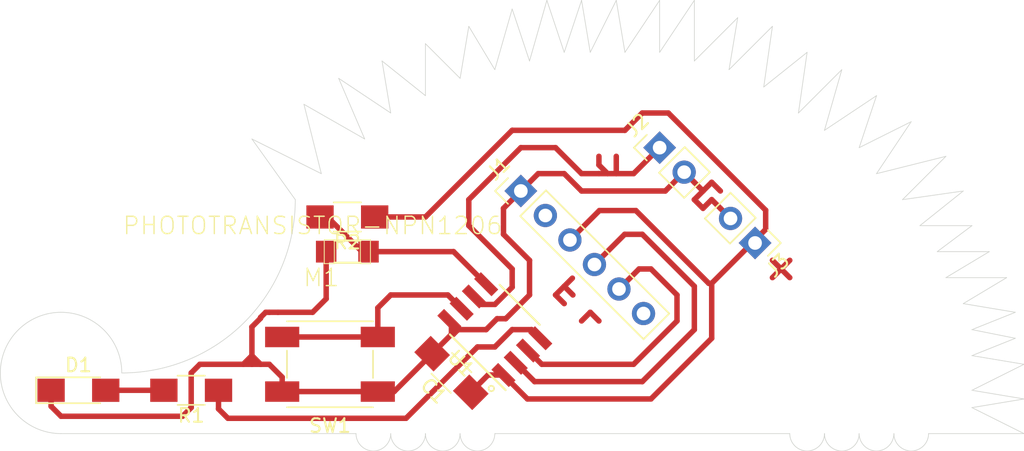
<source format=kicad_pcb>
(kicad_pcb (version 20171130) (host pcbnew 5.1.9-73d0e3b20d~88~ubuntu20.04.1)

  (general
    (thickness 1.6)
    (drawings 73)
    (tracks 134)
    (zones 0)
    (modules 10)
    (nets 10)
  )

  (page A4)
  (layers
    (0 F.Cu signal)
    (31 B.Cu signal hide)
    (32 B.Adhes user hide)
    (33 F.Adhes user hide)
    (34 B.Paste user hide)
    (35 F.Paste user hide)
    (36 B.SilkS user hide)
    (37 F.SilkS user hide)
    (38 B.Mask user hide)
    (39 F.Mask user hide)
    (40 Dwgs.User user hide)
    (41 Cmts.User user hide)
    (42 Eco1.User user hide)
    (43 Eco2.User user hide)
    (44 Edge.Cuts user)
    (45 Margin user)
    (46 B.CrtYd user hide)
    (47 F.CrtYd user hide)
    (48 B.Fab user hide)
    (49 F.Fab user hide)
  )

  (setup
    (last_trace_width 0.4)
    (trace_clearance 0.4)
    (zone_clearance 0.508)
    (zone_45_only no)
    (trace_min 0.4)
    (via_size 0.8)
    (via_drill 0.4)
    (via_min_size 0.4)
    (via_min_drill 0.3)
    (uvia_size 0.3)
    (uvia_drill 0.1)
    (uvias_allowed no)
    (uvia_min_size 0.2)
    (uvia_min_drill 0.1)
    (edge_width 0.05)
    (segment_width 0.2)
    (pcb_text_width 0.3)
    (pcb_text_size 1.5 1.5)
    (mod_edge_width 0.12)
    (mod_text_size 1 1)
    (mod_text_width 0.15)
    (pad_size 1.524 1.524)
    (pad_drill 0.762)
    (pad_to_mask_clearance 0)
    (aux_axis_origin 0 0)
    (visible_elements FFFFFF7F)
    (pcbplotparams
      (layerselection 0x010fc_ffffffff)
      (usegerberextensions false)
      (usegerberattributes true)
      (usegerberadvancedattributes true)
      (creategerberjobfile true)
      (excludeedgelayer true)
      (linewidth 0.100000)
      (plotframeref false)
      (viasonmask false)
      (mode 1)
      (useauxorigin false)
      (hpglpennumber 1)
      (hpglpenspeed 20)
      (hpglpendiameter 15.000000)
      (psnegative false)
      (psa4output false)
      (plotreference true)
      (plotvalue true)
      (plotinvisibletext false)
      (padsonsilk false)
      (subtractmaskfromsilk false)
      (outputformat 1)
      (mirror false)
      (drillshape 1)
      (scaleselection 1)
      (outputdirectory ""))
  )

  (net 0 "")
  (net 1 VCC)
  (net 2 GND)
  (net 3 "Net-(D1-Pad2)")
  (net 4 RX)
  (net 5 TX)
  (net 6 UPDI)
  (net 7 SENSOR)
  (net 8 LED)
  (net 9 BUTTON)

  (net_class Default "This is the default net class."
    (clearance 0.4)
    (trace_width 0.4)
    (via_dia 0.8)
    (via_drill 0.4)
    (uvia_dia 0.3)
    (uvia_drill 0.1)
    (add_net BUTTON)
    (add_net GND)
    (add_net LED)
    (add_net "Net-(D1-Pad2)")
    (add_net "Net-(J1-Pad2)")
    (add_net "Net-(J1-Pad6)")
    (add_net RX)
    (add_net SENSOR)
    (add_net TX)
    (add_net UPDI)
    (add_net VCC)
  )

  (module Connector_PinHeader_2.54mm:PinHeader_1x02_P2.54mm_Vertical (layer F.Cu) (tedit 59FED5CC) (tstamp 604406F3)
    (at 139.7 88.9 225)
    (descr "Through hole straight pin header, 1x02, 2.54mm pitch, single row")
    (tags "Through hole pin header THT 1x02 2.54mm single row")
    (path /604605E3)
    (fp_text reference J3 (at 0 -2.33 45) (layer F.SilkS)
      (effects (font (size 1 1) (thickness 0.15)))
    )
    (fp_text value Conn_01x02_Male (at 0 4.87 45) (layer F.Fab)
      (effects (font (size 1 1) (thickness 0.15)))
    )
    (fp_text user %R (at 0 1.27 135) (layer F.Fab)
      (effects (font (size 1 1) (thickness 0.15)))
    )
    (fp_line (start -0.635 -1.27) (end 1.27 -1.27) (layer F.Fab) (width 0.1))
    (fp_line (start 1.27 -1.27) (end 1.27 3.81) (layer F.Fab) (width 0.1))
    (fp_line (start 1.27 3.81) (end -1.27 3.81) (layer F.Fab) (width 0.1))
    (fp_line (start -1.27 3.81) (end -1.27 -0.635) (layer F.Fab) (width 0.1))
    (fp_line (start -1.27 -0.635) (end -0.635 -1.27) (layer F.Fab) (width 0.1))
    (fp_line (start -1.33 3.87) (end 1.33 3.87) (layer F.SilkS) (width 0.12))
    (fp_line (start -1.33 1.27) (end -1.33 3.87) (layer F.SilkS) (width 0.12))
    (fp_line (start 1.33 1.27) (end 1.33 3.87) (layer F.SilkS) (width 0.12))
    (fp_line (start -1.33 1.27) (end 1.33 1.27) (layer F.SilkS) (width 0.12))
    (fp_line (start -1.33 0) (end -1.33 -1.33) (layer F.SilkS) (width 0.12))
    (fp_line (start -1.33 -1.33) (end 0 -1.33) (layer F.SilkS) (width 0.12))
    (fp_line (start -1.8 -1.8) (end -1.8 4.35) (layer F.CrtYd) (width 0.05))
    (fp_line (start -1.8 4.35) (end 1.8 4.35) (layer F.CrtYd) (width 0.05))
    (fp_line (start 1.8 4.35) (end 1.8 -1.8) (layer F.CrtYd) (width 0.05))
    (fp_line (start 1.8 -1.8) (end -1.8 -1.8) (layer F.CrtYd) (width 0.05))
    (pad 2 thru_hole oval (at 0 2.54 225) (size 1.7 1.7) (drill 1) (layers *.Cu *.Mask)
      (net 2 GND))
    (pad 1 thru_hole rect (at 0 0 225) (size 1.7 1.7) (drill 1) (layers *.Cu *.Mask)
      (net 1 VCC))
    (model ${KISYS3DMOD}/Connector_PinHeader_2.54mm.3dshapes/PinHeader_1x02_P2.54mm_Vertical.wrl
      (at (xyz 0 0 0))
      (scale (xyz 1 1 1))
      (rotate (xyz 0 0 0))
    )
  )

  (module Connector_PinHeader_2.54mm:PinHeader_1x02_P2.54mm_Vertical (layer F.Cu) (tedit 59FED5CC) (tstamp 60428180)
    (at 132.715 81.915 45)
    (descr "Through hole straight pin header, 1x02, 2.54mm pitch, single row")
    (tags "Through hole pin header THT 1x02 2.54mm single row")
    (path /60425C65)
    (fp_text reference J2 (at 0 -2.33 45) (layer F.SilkS)
      (effects (font (size 1 1) (thickness 0.15)))
    )
    (fp_text value Conn_UPDI_01x02_Male (at 0 4.87 45) (layer F.Fab)
      (effects (font (size 1 1) (thickness 0.15)))
    )
    (fp_text user %R (at 0 1.27 135) (layer F.Fab)
      (effects (font (size 1 1) (thickness 0.15)))
    )
    (fp_line (start -0.635 -1.27) (end 1.27 -1.27) (layer F.Fab) (width 0.1))
    (fp_line (start 1.27 -1.27) (end 1.27 3.81) (layer F.Fab) (width 0.1))
    (fp_line (start 1.27 3.81) (end -1.27 3.81) (layer F.Fab) (width 0.1))
    (fp_line (start -1.27 3.81) (end -1.27 -0.635) (layer F.Fab) (width 0.1))
    (fp_line (start -1.27 -0.635) (end -0.635 -1.27) (layer F.Fab) (width 0.1))
    (fp_line (start -1.33 3.87) (end 1.33 3.87) (layer F.SilkS) (width 0.12))
    (fp_line (start -1.33 1.27) (end -1.33 3.87) (layer F.SilkS) (width 0.12))
    (fp_line (start 1.33 1.27) (end 1.33 3.87) (layer F.SilkS) (width 0.12))
    (fp_line (start -1.33 1.27) (end 1.33 1.27) (layer F.SilkS) (width 0.12))
    (fp_line (start -1.33 0) (end -1.33 -1.33) (layer F.SilkS) (width 0.12))
    (fp_line (start -1.33 -1.33) (end 0 -1.33) (layer F.SilkS) (width 0.12))
    (fp_line (start -1.8 -1.8) (end -1.8 4.35) (layer F.CrtYd) (width 0.05))
    (fp_line (start -1.8 4.35) (end 1.8 4.35) (layer F.CrtYd) (width 0.05))
    (fp_line (start 1.8 4.35) (end 1.8 -1.8) (layer F.CrtYd) (width 0.05))
    (fp_line (start 1.8 -1.8) (end -1.8 -1.8) (layer F.CrtYd) (width 0.05))
    (pad 2 thru_hole oval (at 0 2.54 45) (size 1.7 1.7) (drill 1) (layers *.Cu *.Mask)
      (net 2 GND))
    (pad 1 thru_hole rect (at 0 0 45) (size 1.7 1.7) (drill 1) (layers *.Cu *.Mask)
      (net 6 UPDI))
    (model ${KISYS3DMOD}/Connector_PinHeader_2.54mm.3dshapes/PinHeader_1x02_P2.54mm_Vertical.wrl
      (at (xyz 0 0 0))
      (scale (xyz 1 1 1))
      (rotate (xyz 0 0 0))
    )
  )

  (module Connector_PinHeader_2.54mm:PinHeader_1x06_P2.54mm_Vertical (layer F.Cu) (tedit 59FED5CC) (tstamp 60429565)
    (at 122.555 85.09 45)
    (descr "Through hole straight pin header, 1x06, 2.54mm pitch, single row")
    (tags "Through hole pin header THT 1x06 2.54mm single row")
    (path /60426936)
    (fp_text reference J1 (at 0 -2.33 45) (layer F.SilkS)
      (effects (font (size 1 1) (thickness 0.15)))
    )
    (fp_text value Conn_FTDI_01x06_Male (at 0 15.03 45) (layer F.Fab)
      (effects (font (size 1 1) (thickness 0.15)))
    )
    (fp_text user %R (at 0 6.35 135) (layer F.Fab)
      (effects (font (size 1 1) (thickness 0.15)))
    )
    (fp_line (start -0.635 -1.27) (end 1.27 -1.27) (layer F.Fab) (width 0.1))
    (fp_line (start 1.27 -1.27) (end 1.27 13.97) (layer F.Fab) (width 0.1))
    (fp_line (start 1.27 13.97) (end -1.27 13.97) (layer F.Fab) (width 0.1))
    (fp_line (start -1.27 13.97) (end -1.27 -0.635) (layer F.Fab) (width 0.1))
    (fp_line (start -1.27 -0.635) (end -0.635 -1.27) (layer F.Fab) (width 0.1))
    (fp_line (start -1.33 14.03) (end 1.33 14.03) (layer F.SilkS) (width 0.12))
    (fp_line (start -1.33 1.27) (end -1.33 14.03) (layer F.SilkS) (width 0.12))
    (fp_line (start 1.33 1.27) (end 1.33 14.03) (layer F.SilkS) (width 0.12))
    (fp_line (start -1.33 1.27) (end 1.33 1.27) (layer F.SilkS) (width 0.12))
    (fp_line (start -1.33 0) (end -1.33 -1.33) (layer F.SilkS) (width 0.12))
    (fp_line (start -1.33 -1.33) (end 0 -1.33) (layer F.SilkS) (width 0.12))
    (fp_line (start -1.8 -1.8) (end -1.8 14.5) (layer F.CrtYd) (width 0.05))
    (fp_line (start -1.8 14.5) (end 1.8 14.5) (layer F.CrtYd) (width 0.05))
    (fp_line (start 1.8 14.5) (end 1.8 -1.8) (layer F.CrtYd) (width 0.05))
    (fp_line (start 1.8 -1.8) (end -1.8 -1.8) (layer F.CrtYd) (width 0.05))
    (pad 6 thru_hole oval (at 0 12.7 45) (size 1.7 1.7) (drill 1) (layers *.Cu *.Mask))
    (pad 5 thru_hole oval (at 0 10.16 45) (size 1.7 1.7) (drill 1) (layers *.Cu *.Mask)
      (net 4 RX))
    (pad 4 thru_hole oval (at 0 7.62 45) (size 1.7 1.7) (drill 1) (layers *.Cu *.Mask)
      (net 5 TX))
    (pad 3 thru_hole oval (at 0 5.08 45) (size 1.7 1.7) (drill 1) (layers *.Cu *.Mask)
      (net 1 VCC))
    (pad 2 thru_hole oval (at 0 2.54 45) (size 1.7 1.7) (drill 1) (layers *.Cu *.Mask))
    (pad 1 thru_hole rect (at 0 0 45) (size 1.7 1.7) (drill 1) (layers *.Cu *.Mask)
      (net 2 GND))
    (model ${KISYS3DMOD}/Connector_PinHeader_2.54mm.3dshapes/PinHeader_1x06_P2.54mm_Vertical.wrl
      (at (xyz 0 0 0))
      (scale (xyz 1 1 1))
      (rotate (xyz 0 0 0))
    )
  )

  (module FabAcademy:SOIC-8_3.9x4.9mm_P1.27mm (layer F.Cu) (tedit 6002FE9A) (tstamp 604281E0)
    (at 120.65 95.25 135)
    (tags "SOIC 1.27")
    (path /60422E48)
    (attr smd)
    (fp_text reference U1 (at 0 -3.5 135) (layer F.SilkS)
      (effects (font (size 1 1) (thickness 0.15)))
    )
    (fp_text value Microcontroller_ATtiny412_SSFR (at 0 3.683 135) (layer F.Fab)
      (effects (font (size 1 1) (thickness 0.15)))
    )
    (fp_line (start -3.9 2.75) (end -3.9 -2.8) (layer B.CrtYd) (width 0.05))
    (fp_line (start 3.95 2.75) (end -3.9 2.75) (layer B.CrtYd) (width 0.05))
    (fp_line (start 3.95 -2.8) (end 3.95 2.75) (layer B.CrtYd) (width 0.05))
    (fp_line (start -3.9 -2.8) (end 3.95 -2.8) (layer B.CrtYd) (width 0.05))
    (fp_line (start -1.95 -2.45) (end -1.95 2.45) (layer F.Fab) (width 0.1))
    (fp_line (start 1.95 -2.45) (end 1.95 2.45) (layer F.Fab) (width 0.1))
    (fp_line (start -1.95 2.45) (end 1.95 2.45) (layer F.Fab) (width 0.1))
    (fp_line (start -1.95 -2.45) (end 1.95 -2.45) (layer F.Fab) (width 0.1))
    (fp_line (start -2.075 2.575) (end 2.075 2.575) (layer F.SilkS) (width 0.15))
    (fp_line (start -3.69 -2.575) (end 2.075 -2.575) (layer F.SilkS) (width 0.15))
    (fp_circle (center -2.87 -3.23) (end -2.67 -3.23) (layer F.SilkS) (width 0.12))
    (fp_text user %R (at 0 0 135) (layer F.Fab)
      (effects (font (size 0.9 0.9) (thickness 0.135)))
    )
    (pad 1 smd rect (at -2.8 -1.905 135) (size 1.8 0.7) (layers F.Cu F.Paste F.Mask)
      (net 1 VCC))
    (pad 2 smd rect (at -2.8 -0.635 135) (size 1.8 0.7) (layers F.Cu F.Paste F.Mask)
      (net 5 TX))
    (pad 3 smd rect (at -2.8 0.635 135) (size 1.8 0.7) (layers F.Cu F.Paste F.Mask)
      (net 4 RX))
    (pad 4 smd rect (at -2.8 1.905 135) (size 1.8 0.7) (layers F.Cu F.Paste F.Mask)
      (net 8 LED))
    (pad 5 smd rect (at 2.8 1.905 135) (size 1.8 0.7) (layers F.Cu F.Paste F.Mask)
      (net 7 SENSOR))
    (pad 6 smd rect (at 2.8 0.635 135) (size 1.8 0.7) (layers F.Cu F.Paste F.Mask)
      (net 6 UPDI))
    (pad 7 smd rect (at 2.8 -0.635 135) (size 1.8 0.7) (layers F.Cu F.Paste F.Mask)
      (net 9 BUTTON))
    (pad 8 smd rect (at 2.8 -1.905 135) (size 1.8 0.7) (layers F.Cu F.Paste F.Mask)
      (net 2 GND))
    (model ${FAB}/fab.3dshapes/SOIC-8_3.9x4.9mm_P1.27mm.step
      (at (xyz 0 0 0))
      (scale (xyz 1 1 1))
      (rotate (xyz 0 0 0))
    )
  )

  (module FabAcademy:Button_Omron_B3SN_6x6mm (layer F.Cu) (tedit 5EC65B05) (tstamp 604281C8)
    (at 108.585 97.79 180)
    (descr "Surface Mount Tactile Switch for High-Density Packaging")
    (tags "Tactile Switch")
    (path /60427699)
    (attr smd)
    (fp_text reference SW1 (at 0 -4.5) (layer F.SilkS)
      (effects (font (size 1 1) (thickness 0.15)))
    )
    (fp_text value BUTTON_B3SN (at 0 4.5) (layer F.Fab)
      (effects (font (size 1 1) (thickness 0.15)))
    )
    (fp_line (start -3 3) (end -3 -3) (layer F.Fab) (width 0.1))
    (fp_line (start 3 3) (end -3 3) (layer F.Fab) (width 0.1))
    (fp_line (start 3 -3) (end 3 3) (layer F.Fab) (width 0.1))
    (fp_line (start -3 -3) (end 3 -3) (layer F.Fab) (width 0.1))
    (fp_circle (center 0 0) (end 1.65 0) (layer F.Fab) (width 0.1))
    (fp_line (start 3.15 -1) (end 3.15 1) (layer F.SilkS) (width 0.12))
    (fp_line (start 3.15 3.15) (end -3.15 3.15) (layer F.SilkS) (width 0.12))
    (fp_line (start -3.15 1) (end -3.15 -1) (layer F.SilkS) (width 0.12))
    (fp_line (start -3.15 -3.15) (end 3.15 -3.15) (layer F.SilkS) (width 0.12))
    (fp_line (start -5 -3.7) (end -5 3.7) (layer F.CrtYd) (width 0.05))
    (fp_line (start 5 -3.7) (end -5 -3.7) (layer F.CrtYd) (width 0.05))
    (fp_line (start 5 3.7) (end 5 -3.7) (layer F.CrtYd) (width 0.05))
    (fp_line (start -5 3.7) (end 5 3.7) (layer F.CrtYd) (width 0.05))
    (fp_text user %R (at 0 -4.5) (layer F.Fab)
      (effects (font (size 1 1) (thickness 0.15)))
    )
    (pad 1 smd rect (at -3.5 -2 180) (size 2.5 1.5) (layers F.Cu F.Paste F.Mask)
      (net 2 GND))
    (pad 1 smd rect (at 3.5 -2 180) (size 2.5 1.5) (layers F.Cu F.Paste F.Mask)
      (net 2 GND))
    (pad 2 smd rect (at -3.5 2 180) (size 2.5 1.5) (layers F.Cu F.Paste F.Mask)
      (net 9 BUTTON))
    (pad 2 smd rect (at 3.5 2 180) (size 2.5 1.5) (layers F.Cu F.Paste F.Mask)
      (net 9 BUTTON))
    (model ${KISYS3DMOD}/Buttons_Switches_SMD.3dshapes/SW_SPST_B3S-1000.wrl
      (at (xyz 0 0 0))
      (scale (xyz 1 1 1))
      (rotate (xyz 0 0 0))
    )
  )

  (module FabAcademy:R_1206 (layer F.Cu) (tedit 60020482) (tstamp 604281B2)
    (at 109.855 86.995 180)
    (descr "Resistor SMD 1206, hand soldering")
    (tags "resistor 1206")
    (path /604BD632)
    (attr smd)
    (fp_text reference R2 (at 0 -1.85) (layer F.SilkS)
      (effects (font (size 1 1) (thickness 0.15)))
    )
    (fp_text value 10k (at 0 1.9) (layer F.Fab)
      (effects (font (size 1 1) (thickness 0.15)))
    )
    (fp_line (start -1.6 0.8) (end -1.6 -0.8) (layer F.Fab) (width 0.1))
    (fp_line (start 1.6 0.8) (end -1.6 0.8) (layer F.Fab) (width 0.1))
    (fp_line (start 1.6 -0.8) (end 1.6 0.8) (layer F.Fab) (width 0.1))
    (fp_line (start -1.6 -0.8) (end 1.6 -0.8) (layer F.Fab) (width 0.1))
    (fp_line (start 1 1.07) (end -1 1.07) (layer F.SilkS) (width 0.12))
    (fp_line (start -1 -1.07) (end 1 -1.07) (layer F.SilkS) (width 0.12))
    (fp_line (start -3.25 -1.11) (end 3.25 -1.11) (layer F.CrtYd) (width 0.05))
    (fp_line (start -3.25 -1.11) (end -3.25 1.1) (layer F.CrtYd) (width 0.05))
    (fp_line (start 3.25 1.1) (end 3.25 -1.11) (layer F.CrtYd) (width 0.05))
    (fp_line (start 3.25 1.1) (end -3.25 1.1) (layer F.CrtYd) (width 0.05))
    (fp_text user %R (at 0 0) (layer F.Fab)
      (effects (font (size 0.7 0.7) (thickness 0.105)))
    )
    (pad 1 smd rect (at -2 0 180) (size 2 1.7) (layers F.Cu F.Paste F.Mask)
      (net 1 VCC))
    (pad 2 smd rect (at 2 0 180) (size 2 1.7) (layers F.Cu F.Paste F.Mask)
      (net 7 SENSOR))
    (model ${FAB}/fab.3dshapes/R_1206.step
      (at (xyz 0 0 0))
      (scale (xyz 1 1 1))
      (rotate (xyz 0 0 0))
    )
  )

  (module FabAcademy:R_1206 (layer F.Cu) (tedit 60020482) (tstamp 604281A1)
    (at 98.425 99.695 180)
    (descr "Resistor SMD 1206, hand soldering")
    (tags "resistor 1206")
    (path /60424866)
    (attr smd)
    (fp_text reference R1 (at 0 -1.85) (layer F.SilkS)
      (effects (font (size 1 1) (thickness 0.15)))
    )
    (fp_text value 5k (at 0 1.9) (layer F.Fab)
      (effects (font (size 1 1) (thickness 0.15)))
    )
    (fp_line (start -1.6 0.8) (end -1.6 -0.8) (layer F.Fab) (width 0.1))
    (fp_line (start 1.6 0.8) (end -1.6 0.8) (layer F.Fab) (width 0.1))
    (fp_line (start 1.6 -0.8) (end 1.6 0.8) (layer F.Fab) (width 0.1))
    (fp_line (start -1.6 -0.8) (end 1.6 -0.8) (layer F.Fab) (width 0.1))
    (fp_line (start 1 1.07) (end -1 1.07) (layer F.SilkS) (width 0.12))
    (fp_line (start -1 -1.07) (end 1 -1.07) (layer F.SilkS) (width 0.12))
    (fp_line (start -3.25 -1.11) (end 3.25 -1.11) (layer F.CrtYd) (width 0.05))
    (fp_line (start -3.25 -1.11) (end -3.25 1.1) (layer F.CrtYd) (width 0.05))
    (fp_line (start 3.25 1.1) (end 3.25 -1.11) (layer F.CrtYd) (width 0.05))
    (fp_line (start 3.25 1.1) (end -3.25 1.1) (layer F.CrtYd) (width 0.05))
    (fp_text user %R (at 0 0) (layer F.Fab)
      (effects (font (size 0.7 0.7) (thickness 0.105)))
    )
    (pad 1 smd rect (at -2 0 180) (size 2 1.7) (layers F.Cu F.Paste F.Mask)
      (net 8 LED))
    (pad 2 smd rect (at 2 0 180) (size 2 1.7) (layers F.Cu F.Paste F.Mask)
      (net 3 "Net-(D1-Pad2)"))
    (model ${FAB}/fab.3dshapes/R_1206.step
      (at (xyz 0 0 0))
      (scale (xyz 1 1 1))
      (rotate (xyz 0 0 0))
    )
  )

  (module FabAcademy:fab-OP1206 (layer F.Cu) (tedit 200000) (tstamp 60428190)
    (at 109.855 89.535 180)
    (path /6042A01F)
    (attr smd)
    (fp_text reference M1 (at 1.905 -1.905) (layer F.SilkS)
      (effects (font (size 1.27 1.27) (thickness 0.1016)))
    )
    (fp_text value PHOTOTRANSISTOR-NPN1206 (at 2.54 1.905) (layer F.SilkS)
      (effects (font (size 1.27 1.27) (thickness 0.1016)))
    )
    (fp_line (start -1.6891 0.8763) (end -0.9525 0.8763) (layer F.SilkS) (width 0.06604))
    (fp_line (start -0.9525 0.8763) (end -0.9525 -0.8763) (layer F.SilkS) (width 0.06604))
    (fp_line (start -1.6891 -0.8763) (end -0.9525 -0.8763) (layer F.SilkS) (width 0.06604))
    (fp_line (start -1.6891 0.8763) (end -1.6891 -0.8763) (layer F.SilkS) (width 0.06604))
    (fp_line (start 0.9525 0.8763) (end 1.6891 0.8763) (layer F.SilkS) (width 0.06604))
    (fp_line (start 1.6891 0.8763) (end 1.6891 -0.8763) (layer F.SilkS) (width 0.06604))
    (fp_line (start 0.9525 -0.8763) (end 1.6891 -0.8763) (layer F.SilkS) (width 0.06604))
    (fp_line (start 0.9525 0.8763) (end 0.9525 -0.8763) (layer F.SilkS) (width 0.06604))
    (fp_line (start 0.9525 0.8128) (end -0.9652 0.8128) (layer F.SilkS) (width 0.1524))
    (fp_line (start 0.9525 -0.8128) (end -0.9652 -0.8128) (layer F.SilkS) (width 0.1524))
    (pad EMITTER smd rect (at 1.5494 0 180) (size 1.4986 1.59766) (layers F.Cu F.Paste F.Mask)
      (net 2 GND))
    (pad COLLECTOR smd rect (at -1.5494 0 180) (size 1.4986 1.59766) (layers F.Cu F.Paste F.Mask)
      (net 7 SENSOR))
  )

  (module FabAcademy:LED_1206 (layer F.Cu) (tedit 595FC724) (tstamp 6042812C)
    (at 90.17 99.695)
    (descr "LED SMD 1206, hand soldering")
    (tags "LED 1206")
    (path /60424F7D)
    (attr smd)
    (fp_text reference D1 (at 0 -1.85) (layer F.SilkS)
      (effects (font (size 1 1) (thickness 0.15)))
    )
    (fp_text value LED (at 0 1.9) (layer F.Fab)
      (effects (font (size 1 1) (thickness 0.15)))
    )
    (fp_line (start 3.25 1.1) (end -3.25 1.1) (layer F.CrtYd) (width 0.05))
    (fp_line (start 3.25 1.1) (end 3.25 -1.11) (layer F.CrtYd) (width 0.05))
    (fp_line (start -3.25 -1.11) (end -3.25 1.1) (layer F.CrtYd) (width 0.05))
    (fp_line (start -3.25 -1.11) (end 3.25 -1.11) (layer F.CrtYd) (width 0.05))
    (fp_line (start -3.1 -0.95) (end 1.6 -0.95) (layer F.SilkS) (width 0.12))
    (fp_line (start -3.1 0.95) (end 1.6 0.95) (layer F.SilkS) (width 0.12))
    (fp_line (start -1.6 -0.8) (end 1.6 -0.8) (layer F.Fab) (width 0.1))
    (fp_line (start 1.6 -0.8) (end 1.6 0.8) (layer F.Fab) (width 0.1))
    (fp_line (start 1.6 0.8) (end -1.6 0.8) (layer F.Fab) (width 0.1))
    (fp_line (start -1.6 0.8) (end -1.6 -0.8) (layer F.Fab) (width 0.1))
    (fp_line (start -0.45 -0.4) (end -0.45 0.4) (layer F.Fab) (width 0.1))
    (fp_line (start 0.2 0.4) (end -0.4 0) (layer F.Fab) (width 0.1))
    (fp_line (start 0.2 -0.4) (end 0.2 0.4) (layer F.Fab) (width 0.1))
    (fp_line (start -0.4 0) (end 0.2 -0.4) (layer F.Fab) (width 0.1))
    (fp_line (start -3.1 -0.95) (end -3.1 0.95) (layer F.SilkS) (width 0.12))
    (pad 1 smd rect (at -2 0) (size 2 1.7) (layers F.Cu F.Paste F.Mask)
      (net 2 GND))
    (pad 2 smd rect (at 2 0) (size 2 1.7) (layers F.Cu F.Paste F.Mask)
      (net 3 "Net-(D1-Pad2)"))
    (model ${KISYS3DMOD}/LEDs.3dshapes/LED_1206.wrl
      (at (xyz 0 0 0))
      (scale (xyz 1 1 1))
      (rotate (xyz 0 0 180))
    )
  )

  (module FabAcademy:C_1206 (layer F.Cu) (tedit 6002C54C) (tstamp 60428117)
    (at 117.475 98.425 135)
    (descr "Capacitor SMD 1206, hand soldering")
    (tags "capacitor 1206")
    (path /60423E47)
    (attr smd)
    (fp_text reference C1 (at 0 -1.85 135) (layer F.SilkS)
      (effects (font (size 1 1) (thickness 0.15)))
    )
    (fp_text value 1u (at 0 1.9 135) (layer F.Fab)
      (effects (font (size 1 1) (thickness 0.15)))
    )
    (fp_line (start -1.6 0.8) (end -1.6 -0.8) (layer F.Fab) (width 0.1))
    (fp_line (start 1.6 0.8) (end -1.6 0.8) (layer F.Fab) (width 0.1))
    (fp_line (start 1.6 -0.8) (end 1.6 0.8) (layer F.Fab) (width 0.1))
    (fp_line (start -1.6 -0.8) (end 1.6 -0.8) (layer F.Fab) (width 0.1))
    (fp_line (start 1 1.07) (end -1 1.07) (layer F.SilkS) (width 0.12))
    (fp_line (start -1 -1.07) (end 1 -1.07) (layer F.SilkS) (width 0.12))
    (fp_line (start -3.25 -1.11) (end 3.25 -1.11) (layer F.CrtYd) (width 0.05))
    (fp_line (start -3.25 -1.11) (end -3.25 1.1) (layer F.CrtYd) (width 0.05))
    (fp_line (start 3.25 1.1) (end 3.25 -1.11) (layer F.CrtYd) (width 0.05))
    (fp_line (start 3.25 1.1) (end -3.25 1.1) (layer F.CrtYd) (width 0.05))
    (fp_text user %R (at 0 0 315) (layer F.Fab)
      (effects (font (size 0.7 0.7) (thickness 0.105)))
    )
    (pad 1 smd rect (at -2 0 135) (size 2 1.7) (layers F.Cu F.Paste F.Mask)
      (net 1 VCC))
    (pad 2 smd rect (at 2 0 135) (size 2 1.7) (layers F.Cu F.Paste F.Mask)
      (net 2 GND))
    (model ${FAB}/fab.3dshapes/C_1206.step
      (at (xyz 0 0 0))
      (scale (xyz 1 1 1))
      (rotate (xyz 0 0 0))
    )
  )

  (gr_line (start 140.97 90.17) (end 139.7 88.9) (layer Dwgs.User) (width 0.15))
  (gr_circle (center 142.875 90.805) (end 143.51 88.265) (layer Dwgs.User) (width 0.15))
  (gr_line (start 140.97 90.17) (end 142.24 91.44) (layer Dwgs.User) (width 0.15))
  (gr_line (start 141.605 90.805) (end 140.97 90.17) (layer Dwgs.User) (width 0.15))
  (gr_line (start 140.97 90.17) (end 141.605 90.805) (layer Dwgs.User) (width 0.15))
  (gr_line (start 110.49 102.87) (end 88.9 102.87) (layer Edge.Cuts) (width 0.05) (tstamp 60440C44))
  (gr_line (start 142.24 102.87) (end 120.65 102.87) (layer Edge.Cuts) (width 0.05) (tstamp 60440C43))
  (gr_arc (start 143.51 102.87) (end 142.24 102.87) (angle -180) (layer Edge.Cuts) (width 0.05))
  (gr_arc (start 111.76 102.87) (end 110.49 102.87) (angle -180) (layer Edge.Cuts) (width 0.05))
  (gr_arc (start 114.3 102.87) (end 113.03 102.87) (angle -180) (layer Edge.Cuts) (width 0.05))
  (gr_arc (start 116.84 102.87) (end 115.57 102.87) (angle -180) (layer Edge.Cuts) (width 0.05))
  (gr_arc (start 119.38 102.87) (end 118.11 102.87) (angle -180) (layer Edge.Cuts) (width 0.05))
  (gr_arc (start 146.05 102.87) (end 144.78 102.87) (angle -180) (layer Edge.Cuts) (width 0.05))
  (gr_arc (start 148.59 102.87) (end 147.32 102.87) (angle -180) (layer Edge.Cuts) (width 0.05))
  (gr_arc (start 151.13 102.87) (end 149.86 102.87) (angle -180) (layer Edge.Cuts) (width 0.05))
  (gr_line (start 159.385 102.87) (end 152.4 102.87) (layer Edge.Cuts) (width 0.05) (tstamp 60440034))
  (gr_line (start 155.575 100.965) (end 159.385 102.87) (layer Edge.Cuts) (width 0.05))
  (gr_line (start 159.385 100.33) (end 155.575 100.965) (layer Edge.Cuts) (width 0.05))
  (gr_line (start 155.575 99.695) (end 159.385 100.33) (layer Edge.Cuts) (width 0.05))
  (gr_line (start 159.385 97.79) (end 155.575 99.695) (layer Edge.Cuts) (width 0.05))
  (gr_line (start 155.575 97.155) (end 159.385 97.79) (layer Edge.Cuts) (width 0.05))
  (gr_line (start 158.75 95.885) (end 155.575 97.155) (layer Edge.Cuts) (width 0.05))
  (gr_line (start 155.575 95.25) (end 158.75 95.885) (layer Edge.Cuts) (width 0.05))
  (gr_line (start 158.75 93.98) (end 155.575 95.25) (layer Edge.Cuts) (width 0.05))
  (gr_line (start 154.94 93.345) (end 158.75 93.98) (layer Edge.Cuts) (width 0.05))
  (gr_line (start 158.115 91.44) (end 154.94 93.345) (layer Edge.Cuts) (width 0.05))
  (gr_line (start 153.67 91.44) (end 158.115 91.44) (layer Edge.Cuts) (width 0.05))
  (gr_line (start 156.845 89.535) (end 153.67 91.44) (layer Edge.Cuts) (width 0.05))
  (gr_line (start 153.035 89.535) (end 156.845 89.535) (layer Edge.Cuts) (width 0.05))
  (gr_line (start 155.575 87.63) (end 153.035 89.535) (layer Edge.Cuts) (width 0.05))
  (gr_line (start 151.765 87.63) (end 155.575 87.63) (layer Edge.Cuts) (width 0.05))
  (gr_line (start 154.94 85.09) (end 151.765 87.63) (layer Edge.Cuts) (width 0.05))
  (gr_line (start 150.495 85.725) (end 154.94 85.09) (layer Edge.Cuts) (width 0.05))
  (gr_line (start 153.67 82.55) (end 150.495 85.725) (layer Edge.Cuts) (width 0.05))
  (gr_line (start 148.59 83.82) (end 153.67 82.55) (layer Edge.Cuts) (width 0.05))
  (gr_line (start 151.13 80.01) (end 148.59 83.82) (layer Edge.Cuts) (width 0.05))
  (gr_line (start 147.32 81.915) (end 151.13 80.01) (layer Edge.Cuts) (width 0.05))
  (gr_line (start 148.59 78.105) (end 147.32 81.915) (layer Edge.Cuts) (width 0.05))
  (gr_line (start 144.78 80.645) (end 148.59 78.105) (layer Edge.Cuts) (width 0.05))
  (gr_line (start 146.05 76.2) (end 144.78 80.645) (layer Edge.Cuts) (width 0.05))
  (gr_line (start 142.875 79.375) (end 146.05 76.2) (layer Edge.Cuts) (width 0.05))
  (gr_line (start 143.51 74.93) (end 142.875 79.375) (layer Edge.Cuts) (width 0.05))
  (gr_line (start 140.335 77.47) (end 143.51 74.93) (layer Edge.Cuts) (width 0.05))
  (gr_line (start 140.97 73.025) (end 140.335 77.47) (layer Edge.Cuts) (width 0.05))
  (gr_line (start 137.795 76.2) (end 140.97 73.025) (layer Edge.Cuts) (width 0.05))
  (gr_line (start 138.43 72.39) (end 137.795 76.2) (layer Edge.Cuts) (width 0.05))
  (gr_line (start 135.255 75.565) (end 138.43 72.39) (layer Edge.Cuts) (width 0.05))
  (gr_line (start 135.255 71.12) (end 135.255 75.565) (layer Edge.Cuts) (width 0.05))
  (gr_line (start 132.715 74.93) (end 135.255 71.12) (layer Edge.Cuts) (width 0.05))
  (gr_line (start 132.715 71.12) (end 132.715 74.93) (layer Edge.Cuts) (width 0.05))
  (gr_line (start 130.175 74.93) (end 132.715 71.12) (layer Edge.Cuts) (width 0.05))
  (gr_line (start 129.54 71.12) (end 130.175 74.93) (layer Edge.Cuts) (width 0.05))
  (gr_line (start 127.635 74.93) (end 129.54 71.12) (layer Edge.Cuts) (width 0.05))
  (gr_line (start 127 71.12) (end 127.635 74.93) (layer Edge.Cuts) (width 0.05))
  (gr_line (start 125.73 74.93) (end 127 71.12) (layer Edge.Cuts) (width 0.05))
  (gr_line (start 124.46 71.12) (end 125.73 74.93) (layer Edge.Cuts) (width 0.05))
  (gr_line (start 123.19 75.565) (end 124.46 71.12) (layer Edge.Cuts) (width 0.05))
  (gr_line (start 121.92 71.755) (end 123.19 75.565) (layer Edge.Cuts) (width 0.05))
  (gr_line (start 120.65 76.2) (end 121.92 71.755) (layer Edge.Cuts) (width 0.05))
  (gr_line (start 118.745 73.025) (end 120.65 76.2) (layer Edge.Cuts) (width 0.05))
  (gr_line (start 118.11 76.835) (end 118.745 73.025) (layer Edge.Cuts) (width 0.05))
  (gr_line (start 115.57 74.295) (end 118.11 76.835) (layer Edge.Cuts) (width 0.05))
  (gr_line (start 115.57 78.105) (end 115.57 74.295) (layer Edge.Cuts) (width 0.05))
  (gr_line (start 112.395 75.565) (end 115.57 78.105) (layer Edge.Cuts) (width 0.05))
  (gr_line (start 113.03 79.375) (end 112.395 75.565) (layer Edge.Cuts) (width 0.05))
  (gr_line (start 109.22 76.835) (end 113.03 79.375) (layer Edge.Cuts) (width 0.05))
  (gr_line (start 111.125 81.28) (end 109.22 76.835) (layer Edge.Cuts) (width 0.05))
  (gr_line (start 106.68 78.74) (end 111.125 81.28) (layer Edge.Cuts) (width 0.05))
  (gr_line (start 107.95 83.82) (end 106.68 78.74) (layer Edge.Cuts) (width 0.05))
  (gr_line (start 102.87 81.28) (end 107.95 83.82) (layer Edge.Cuts) (width 0.05))
  (gr_line (start 106.045 85.725) (end 102.87 81.28) (layer Edge.Cuts) (width 0.05))
  (gr_arc (start 93.345 85.725) (end 93.345 98.425) (angle -90) (layer Edge.Cuts) (width 0.05))
  (gr_arc (start 88.9 98.425) (end 93.345 98.425) (angle -270) (layer Edge.Cuts) (width 0.05))

  (segment (start 140.97 90.17) (end 142.24 91.44) (width 0.4) (layer F.Cu) (net 0))
  (segment (start 142.24 90.17) (end 140.97 91.44) (width 0.4) (layer F.Cu) (net 0))
  (segment (start 125.73 93.345) (end 125.095 92.71) (width 0.4) (layer F.Cu) (net 0))
  (segment (start 125.73 92.075) (end 126.365 92.71) (width 0.4) (layer F.Cu) (net 0))
  (segment (start 125.095 92.71) (end 126.326844 91.478156) (width 0.4) (layer F.Cu) (net 0))
  (segment (start 127 94.615) (end 127.635 93.98) (width 0.4) (layer F.Cu) (net 0))
  (segment (start 128.27 94.615) (end 127.635 93.98) (width 0.4) (layer F.Cu) (net 0))
  (segment (start 121.130924 98.425) (end 121.282861 98.576937) (width 0.4) (layer F.Cu) (net 1))
  (segment (start 126.435984 88.39322) (end 126.147102 88.682102) (width 0.4) (layer F.Cu) (net 1))
  (segment (start 126.147102 88.682102) (end 128.304196 86.525008) (width 0.4) (layer F.Cu) (net 1))
  (segment (start 140.474934 87.907168) (end 139.591051 88.791051) (width 0.4) (layer F.Cu) (net 1))
  (segment (start 140.474934 86.499934) (end 140.474934 87.907168) (width 0.4) (layer F.Cu) (net 1))
  (segment (start 133.35 79.375) (end 140.474934 86.499934) (width 0.4) (layer F.Cu) (net 1))
  (segment (start 131.445 79.375) (end 133.35 79.375) (width 0.4) (layer F.Cu) (net 1))
  (segment (start 130.175 80.645) (end 131.445 79.375) (width 0.4) (layer F.Cu) (net 1))
  (segment (start 115.57 86.995) (end 121.92 80.645) (width 0.4) (layer F.Cu) (net 1))
  (segment (start 121.92 80.645) (end 130.175 80.645) (width 0.4) (layer F.Cu) (net 1))
  (segment (start 111.855 86.995) (end 115.57 86.995) (width 0.4) (layer F.Cu) (net 1))
  (segment (start 123.035924 100.33) (end 121.282861 98.576937) (width 0.4) (layer F.Cu) (net 1))
  (segment (start 132.08 100.33) (end 123.035924 100.33) (width 0.4) (layer F.Cu) (net 1))
  (segment (start 136.525 95.885) (end 132.08 100.33) (width 0.4) (layer F.Cu) (net 1))
  (segment (start 136.525 91.857102) (end 136.525 95.885) (width 0.4) (layer F.Cu) (net 1))
  (segment (start 139.591051 88.791051) (end 136.525 91.857102) (width 0.4) (layer F.Cu) (net 1))
  (segment (start 136.525 91.857102) (end 136.307102 91.857102) (width 0.4) (layer F.Cu) (net 1))
  (segment (start 130.975008 86.525008) (end 128.304196 86.525008) (width 0.4) (layer F.Cu) (net 1))
  (segment (start 136.307102 91.857102) (end 130.975008 86.525008) (width 0.4) (layer F.Cu) (net 1))
  (segment (start 120.151491 98.576937) (end 118.889214 99.839214) (width 0.4) (layer F.Cu) (net 1))
  (segment (start 121.282861 98.576937) (end 120.151491 98.576937) (width 0.4) (layer F.Cu) (net 1))
  (segment (start 88.17 99.695) (end 88.17 100.235) (width 0.4) (layer F.Cu) (net 2))
  (segment (start 116.060786 97.010786) (end 117.475 95.596572) (width 0.4) (layer F.Cu) (net 2))
  (segment (start 117.475 94.769076) (end 117.323063 94.617139) (width 0.4) (layer F.Cu) (net 2))
  (segment (start 117.475 95.596572) (end 117.475 94.769076) (width 0.4) (layer F.Cu) (net 2))
  (segment (start 105.085 99.79) (end 112.085 99.79) (width 0.4) (layer F.Cu) (net 2))
  (segment (start 108.3056 89.609465) (end 108.3056 89.535) (width 0.4) (layer F.Cu) (net 2))
  (segment (start 113.281572 99.79) (end 116.060786 97.010786) (width 0.4) (layer F.Cu) (net 2))
  (segment (start 112.085 99.79) (end 113.281572 99.79) (width 0.4) (layer F.Cu) (net 2))
  (segment (start 122.555 85.09) (end 123.825 83.82) (width 0.4) (layer F.Cu) (net 2))
  (segment (start 134.511051 83.711051) (end 133.132102 85.09) (width 0.4) (layer F.Cu) (net 2))
  (segment (start 133.132102 85.09) (end 127 85.09) (width 0.4) (layer F.Cu) (net 2))
  (segment (start 127 85.09) (end 125.73 83.82) (width 0.4) (layer F.Cu) (net 2))
  (segment (start 125.73 83.82) (end 123.825 83.82) (width 0.4) (layer F.Cu) (net 2))
  (segment (start 98.425 98.425) (end 99.06 97.79) (width 0.4) (layer F.Cu) (net 2))
  (segment (start 104.14 97.79) (end 105.085 98.735) (width 0.4) (layer F.Cu) (net 2))
  (segment (start 98.425 100.965) (end 98.425 98.425) (width 0.4) (layer F.Cu) (net 2))
  (segment (start 97.79 101.6) (end 98.425 100.965) (width 0.4) (layer F.Cu) (net 2))
  (segment (start 88.9 101.6) (end 97.79 101.6) (width 0.4) (layer F.Cu) (net 2))
  (segment (start 105.085 98.735) (end 105.085 99.79) (width 0.4) (layer F.Cu) (net 2))
  (segment (start 88.17 100.87) (end 88.9 101.6) (width 0.4) (layer F.Cu) (net 2))
  (segment (start 88.17 99.695) (end 88.17 100.87) (width 0.4) (layer F.Cu) (net 2))
  (segment (start 108.3056 89.535) (end 108.3056 92.9894) (width 0.4) (layer F.Cu) (net 2))
  (segment (start 108.3056 92.9894) (end 107.315 93.98) (width 0.4) (layer F.Cu) (net 2))
  (segment (start 107.315 93.98) (end 104.775 93.98) (width 0.4) (layer F.Cu) (net 2))
  (segment (start 104.775 93.98) (end 104.14 93.98) (width 0.4) (layer F.Cu) (net 2))
  (segment (start 103.879537 93.98) (end 103.500345 94.359192) (width 0.4) (layer F.Cu) (net 2))
  (segment (start 104.14 93.98) (end 103.879537 93.98) (width 0.4) (layer F.Cu) (net 2))
  (segment (start 103.500345 94.417986) (end 102.87 95.048331) (width 0.4) (layer F.Cu) (net 2))
  (segment (start 103.500345 94.359192) (end 103.500345 94.417986) (width 0.4) (layer F.Cu) (net 2))
  (segment (start 102.87 95.048331) (end 102.87 97.155) (width 0.4) (layer F.Cu) (net 2))
  (segment (start 102.87 97.155) (end 102.235 97.79) (width 0.4) (layer F.Cu) (net 2))
  (segment (start 102.87 97.155) (end 103.505 97.79) (width 0.4) (layer F.Cu) (net 2))
  (segment (start 103.505 97.79) (end 104.14 97.79) (width 0.4) (layer F.Cu) (net 2))
  (segment (start 102.87 97.79) (end 102.87 97.155) (width 0.4) (layer F.Cu) (net 2))
  (segment (start 99.06 97.79) (end 102.87 97.79) (width 0.4) (layer F.Cu) (net 2))
  (segment (start 102.87 97.79) (end 103.505 97.79) (width 0.4) (layer F.Cu) (net 2))
  (segment (start 121.285 86.36) (end 122.555 85.09) (width 0.4) (layer F.Cu) (net 2))
  (segment (start 121.285 88.265) (end 121.285 86.36) (width 0.4) (layer F.Cu) (net 2))
  (segment (start 123.19 90.17) (end 121.285 88.265) (width 0.4) (layer F.Cu) (net 2))
  (segment (start 123.19 92.71) (end 123.19 90.17) (width 0.4) (layer F.Cu) (net 2))
  (segment (start 121.450008 94.449992) (end 123.19 92.71) (width 0.4) (layer F.Cu) (net 2))
  (segment (start 120.815008 94.449992) (end 121.450008 94.449992) (width 0.4) (layer F.Cu) (net 2))
  (segment (start 120.015 95.25) (end 120.815008 94.449992) (width 0.4) (layer F.Cu) (net 2))
  (segment (start 117.955924 95.25) (end 120.015 95.25) (width 0.4) (layer F.Cu) (net 2))
  (segment (start 117.323063 94.617139) (end 117.955924 95.25) (width 0.4) (layer F.Cu) (net 2))
  (segment (start 134.511051 83.711051) (end 135.255 84.455) (width 0.4) (layer F.Cu) (net 2))
  (segment (start 137.795 86.995) (end 137.16 86.36) (width 0.4) (layer F.Cu) (net 2))
  (segment (start 137.16 86.36) (end 136.525 85.725) (width 0.4) (layer F.Cu) (net 2))
  (segment (start 135.89 86.36) (end 136.525 85.725) (width 0.4) (layer F.Cu) (net 2))
  (segment (start 135.89 86.36) (end 135.255 85.725) (width 0.4) (layer F.Cu) (net 2))
  (segment (start 136.525 84.455) (end 137.16 85.09) (width 0.4) (layer F.Cu) (net 2))
  (segment (start 135.255 85.725) (end 135.89 85.09) (width 0.4) (layer F.Cu) (net 2))
  (segment (start 135.89 85.09) (end 135.255 84.455) (width 0.4) (layer F.Cu) (net 2))
  (segment (start 135.89 85.09) (end 136.525 84.455) (width 0.4) (layer F.Cu) (net 2))
  (segment (start 117.609352 95.596572) (end 117.955924 95.25) (width 0.4) (layer F.Cu) (net 2))
  (segment (start 117.475 95.596572) (end 117.609352 95.596572) (width 0.4) (layer F.Cu) (net 2))
  (segment (start 92.17 99.695) (end 96.425 99.695) (width 0.4) (layer F.Cu) (net 3))
  (segment (start 130.81 97.79) (end 124.088026 97.79) (width 0.4) (layer F.Cu) (net 4))
  (segment (start 133.985 92.71) (end 133.985 94.615) (width 0.4) (layer F.Cu) (net 4))
  (segment (start 132.08 90.805) (end 133.985 92.71) (width 0.4) (layer F.Cu) (net 4))
  (segment (start 133.985 94.615) (end 130.81 97.79) (width 0.4) (layer F.Cu) (net 4))
  (segment (start 131.20841 90.805) (end 132.08 90.805) (width 0.4) (layer F.Cu) (net 4))
  (segment (start 124.088026 97.79) (end 123.078912 96.780886) (width 0.4) (layer F.Cu) (net 4))
  (segment (start 129.739205 92.274205) (end 131.20841 90.805) (width 0.4) (layer F.Cu) (net 4))
  (segment (start 123.561974 99.06) (end 122.180886 97.678912) (width 0.4) (layer F.Cu) (net 5))
  (segment (start 131.445 99.06) (end 123.561974 99.06) (width 0.4) (layer F.Cu) (net 5))
  (segment (start 135.255 95.25) (end 131.445 99.06) (width 0.4) (layer F.Cu) (net 5))
  (segment (start 135.255 92.075) (end 135.255 95.25) (width 0.4) (layer F.Cu) (net 5))
  (segment (start 131.445 88.265) (end 135.255 92.075) (width 0.4) (layer F.Cu) (net 5))
  (segment (start 130.156308 88.265) (end 131.445 88.265) (width 0.4) (layer F.Cu) (net 5))
  (segment (start 127.943154 90.478154) (end 130.156308 88.265) (width 0.4) (layer F.Cu) (net 5))
  (segment (start 119.704982 93.406956) (end 119.119114 92.821088) (width 0.4) (layer F.Cu) (net 6))
  (segment (start 121.92 92.141538) (end 120.654582 93.406956) (width 0.4) (layer F.Cu) (net 6))
  (segment (start 118.745 87.63) (end 121.92 90.805) (width 0.4) (layer F.Cu) (net 6))
  (segment (start 120.654582 93.406956) (end 119.704982 93.406956) (width 0.4) (layer F.Cu) (net 6))
  (segment (start 118.745 85.725) (end 118.745 87.63) (width 0.4) (layer F.Cu) (net 6))
  (segment (start 121.92 90.805) (end 121.92 92.141538) (width 0.4) (layer F.Cu) (net 6))
  (segment (start 122.555 81.915) (end 118.745 85.725) (width 0.4) (layer F.Cu) (net 6))
  (segment (start 125.095 81.915) (end 122.555 81.915) (width 0.4) (layer F.Cu) (net 6))
  (segment (start 130.81 83.82) (end 132.715 81.915) (width 0.4) (layer F.Cu) (net 6))
  (segment (start 125.095 81.915) (end 127 83.82) (width 0.4) (layer F.Cu) (net 6))
  (segment (start 127 83.82) (end 128.27 83.82) (width 0.4) (layer F.Cu) (net 6))
  (segment (start 129.54 83.82) (end 130.81 83.82) (width 0.4) (layer F.Cu) (net 6))
  (segment (start 128.905 83.82) (end 128.27 83.185) (width 0.4) (layer F.Cu) (net 6))
  (segment (start 128.27 83.82) (end 128.905 83.82) (width 0.4) (layer F.Cu) (net 6))
  (segment (start 128.905 83.82) (end 129.54 83.82) (width 0.4) (layer F.Cu) (net 6))
  (segment (start 128.27 83.185) (end 128.27 82.55) (width 0.4) (layer F.Cu) (net 6))
  (segment (start 129.54 83.82) (end 129.54 82.55) (width 0.4) (layer F.Cu) (net 6))
  (segment (start 117.629076 89.535) (end 120.017139 91.923063) (width 0.4) (layer F.Cu) (net 7))
  (segment (start 110.933732 89.535) (end 111.4044 89.535) (width 0.4) (layer F.Cu) (net 7))
  (segment (start 108.393732 86.995) (end 110.933732 89.535) (width 0.4) (layer F.Cu) (net 7))
  (segment (start 107.855 86.995) (end 108.393732 86.995) (width 0.4) (layer F.Cu) (net 7))
  (segment (start 111.4044 89.535) (end 117.629076 89.535) (width 0.4) (layer F.Cu) (net 7))
  (segment (start 123.344076 95.25) (end 123.976937 95.882861) (width 0.4) (layer F.Cu) (net 8))
  (segment (start 120.65 96.52) (end 121.92 95.25) (width 0.4) (layer F.Cu) (net 8))
  (segment (start 119.38 96.52) (end 120.65 96.52) (width 0.4) (layer F.Cu) (net 8))
  (segment (start 114.152628 101.747372) (end 119.38 96.52) (width 0.4) (layer F.Cu) (net 8))
  (segment (start 121.92 95.25) (end 123.344076 95.25) (width 0.4) (layer F.Cu) (net 8))
  (segment (start 101.112372 101.747372) (end 114.152628 101.747372) (width 0.4) (layer F.Cu) (net 8))
  (segment (start 100.425 101.06) (end 101.112372 101.747372) (width 0.4) (layer F.Cu) (net 8))
  (segment (start 100.425 99.695) (end 100.425 101.06) (width 0.4) (layer F.Cu) (net 8))
  (segment (start 105.085 95.79) (end 112.085 95.79) (width 0.4) (layer F.Cu) (net 9))
  (segment (start 117.211974 92.71) (end 118.221088 93.719114) (width 0.4) (layer F.Cu) (net 9))
  (segment (start 113.03 92.71) (end 117.211974 92.71) (width 0.4) (layer F.Cu) (net 9))
  (segment (start 112.085 93.655) (end 113.03 92.71) (width 0.4) (layer F.Cu) (net 9))
  (segment (start 112.085 95.79) (end 112.085 93.655) (width 0.4) (layer F.Cu) (net 9))

)

</source>
